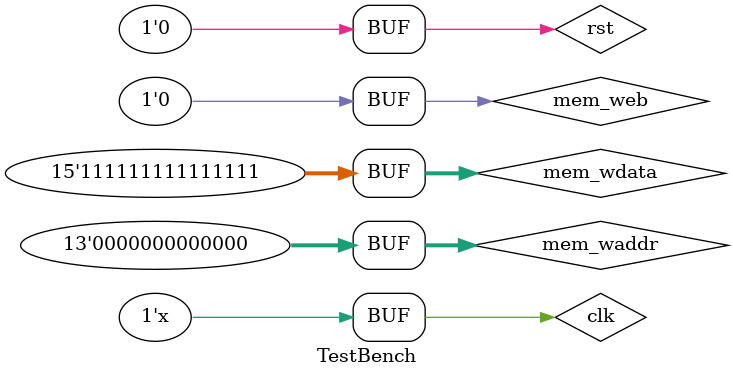
<source format=v>
module TestBench;
reg        clk;       
reg [12:0] mem_waddr;
reg [14:0] mem_wdata;
reg        mem_web;
reg        rst;        
wire [9:0] VGA_R;
wire [9:0] VGA_G;
wire [9:0] VGA_B;
wire       VGA_BLANK  ;
wire       VGA_CLK    ;
wire       VGA_H_SYNC ;
wire       VGA_SYNC   ;
wire       VGA_V_SYNC ;

always #18.518 clk = ~clk;

initial begin
  clk = 1'b0;
  rst = 1'b1;
  mem_waddr = 0;
  mem_web = 0;
  mem_wdata = 15'h7fff;
  #300;
  rst = 1'b0;
end

Display_IF Display_IF
(
  clk,       
  mem_waddr,
  mem_wdata,
  mem_web,
  rst,        
  VGA_B,
  VGA_BLANK  ,
  VGA_CLK    ,
  VGA_G,
  VGA_H_SYNC ,
  VGA_R,
  VGA_SYNC   ,
  VGA_V_SYNC
);

endmodule 

</source>
